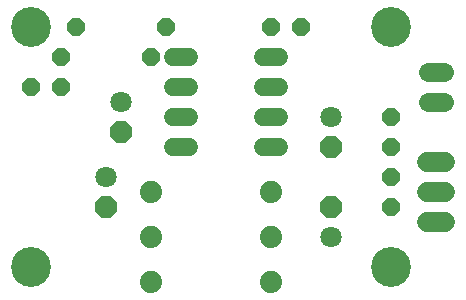
<source format=gbs>
G75*
%MOIN*%
%OFA0B0*%
%FSLAX24Y24*%
%IPPOS*%
%LPD*%
%AMOC8*
5,1,8,0,0,1.08239X$1,22.5*
%
%ADD10C,0.1330*%
%ADD11OC8,0.0710*%
%ADD12C,0.0710*%
%ADD13OC8,0.0600*%
%ADD14C,0.0740*%
%ADD15C,0.0600*%
%ADD16C,0.0680*%
%ADD17C,0.0640*%
D10*
X001180Y001180D03*
X013180Y001180D03*
X013180Y009180D03*
X001180Y009180D03*
D11*
X004180Y005680D03*
X003680Y003180D03*
X011180Y003180D03*
X011180Y005180D03*
D12*
X011180Y006180D03*
X011180Y002180D03*
X004180Y006680D03*
X003680Y004180D03*
D13*
X002180Y007180D03*
X001180Y007180D03*
X002180Y008180D03*
X002680Y009180D03*
X005180Y008180D03*
X005680Y009180D03*
X009180Y009180D03*
X010180Y009180D03*
X013180Y006180D03*
X013180Y005180D03*
X013180Y004180D03*
X013180Y003180D03*
D14*
X009180Y003680D03*
X009180Y002180D03*
X009180Y000680D03*
X005180Y000680D03*
X005180Y002180D03*
X005180Y003680D03*
D15*
X005920Y005180D02*
X006440Y005180D01*
X006440Y006180D02*
X005920Y006180D01*
X005920Y007180D02*
X006440Y007180D01*
X006440Y008180D02*
X005920Y008180D01*
X008920Y008180D02*
X009440Y008180D01*
X009440Y007180D02*
X008920Y007180D01*
X008920Y006180D02*
X009440Y006180D01*
X009440Y005180D02*
X008920Y005180D01*
D16*
X014380Y004680D02*
X014980Y004680D01*
X014980Y003680D02*
X014380Y003680D01*
X014380Y002680D02*
X014980Y002680D01*
D17*
X014960Y006680D02*
X014400Y006680D01*
X014400Y007680D02*
X014960Y007680D01*
M02*

</source>
